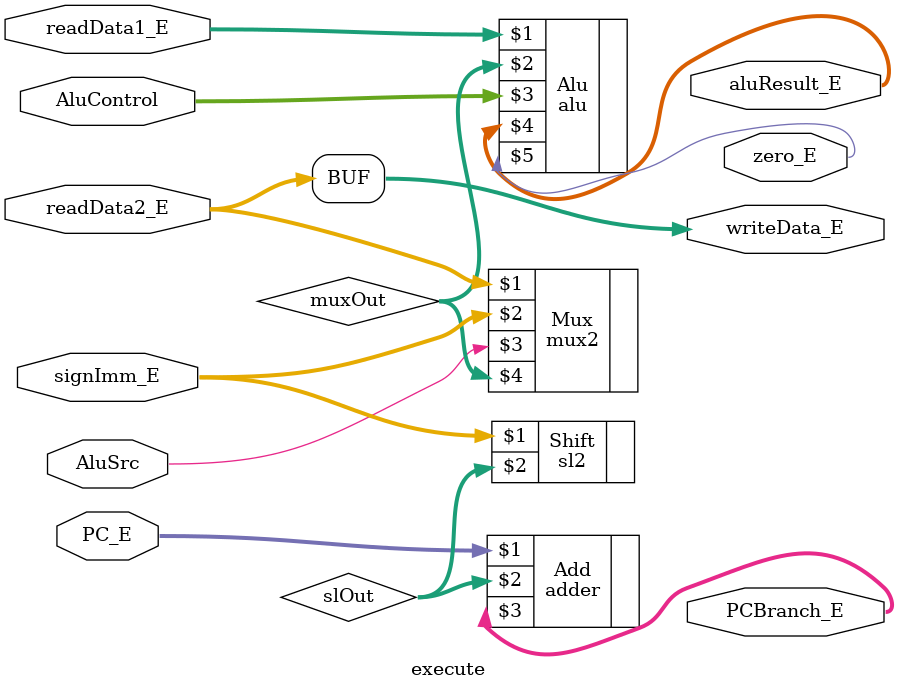
<source format=sv>
module execute
	#(parameter N = 64)
	(input logic AluSrc,
	input logic [3:0] AluControl,
	input logic [N-1:0] PC_E, signImm_E, readData1_E, readData2_E,
	output logic [N-1:0] PCBranch_E, aluResult_E, writeData_E,
	output logic zero_E);
	 
	logic [N-1:0] slOut, muxOut;
	 
	sl2 #(N)		Shift(signImm_E, slOut);
	adder #(N)	Add(PC_E, slOut, PCBranch_E);
	mux2 #(N)	Mux(readData2_E, signImm_E, AluSrc, muxOut);
	alu #(N) 	Alu(readData1_E, muxOut, AluControl, aluResult_E, zero_E);

	assign writeData_E = readData2_E;
	
endmodule
</source>
